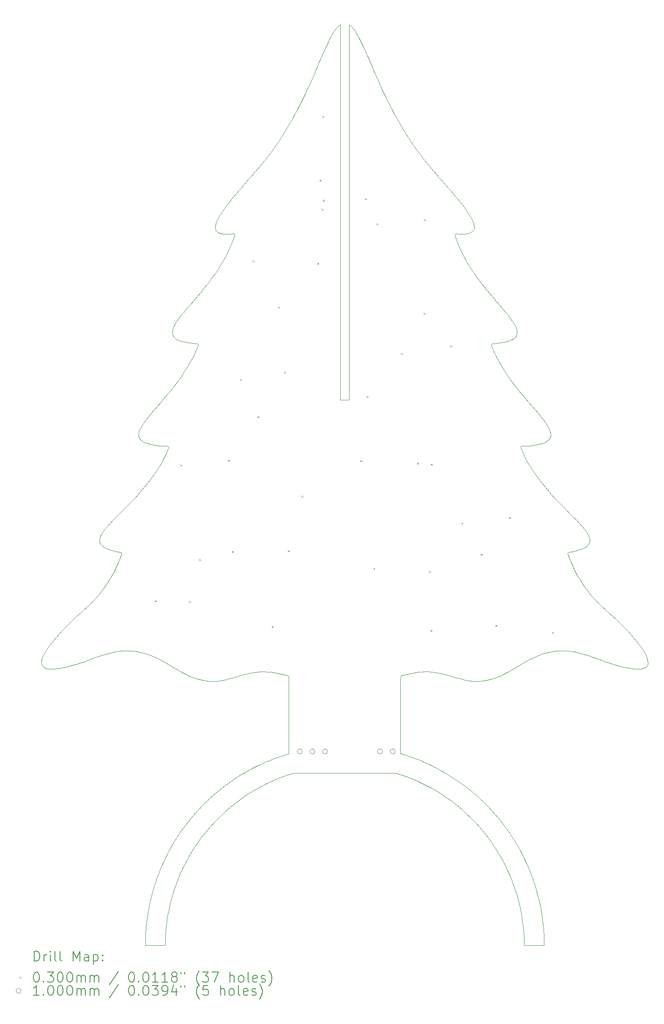
<source format=gbr>
%TF.GenerationSoftware,KiCad,Pcbnew,8.0.6*%
%TF.CreationDate,2024-11-23T10:35:45+01:00*%
%TF.ProjectId,ChristmasTree,43687269-7374-46d6-9173-547265652e6b,rev?*%
%TF.SameCoordinates,Original*%
%TF.FileFunction,Drillmap*%
%TF.FilePolarity,Positive*%
%FSLAX45Y45*%
G04 Gerber Fmt 4.5, Leading zero omitted, Abs format (unit mm)*
G04 Created by KiCad (PCBNEW 8.0.6) date 2024-11-23 10:35:45*
%MOMM*%
%LPD*%
G01*
G04 APERTURE LIST*
%ADD10C,0.100000*%
%ADD11C,0.200000*%
G04 APERTURE END LIST*
D10*
X8163262Y-5390360D02*
X8172243Y-5380016D01*
X8181192Y-5369692D01*
X8190109Y-5359389D01*
X8198991Y-5349108D01*
X8207837Y-5338850D01*
X8216645Y-5328617D01*
X8225412Y-5318408D01*
X8234138Y-5308226D01*
X8242820Y-5298071D01*
X8251455Y-5287945D01*
X8260044Y-5277849D01*
X8268583Y-5267783D01*
X8277070Y-5257749D01*
X8285504Y-5247748D01*
X8293883Y-5237782D01*
X8302205Y-5227850D01*
X8310468Y-5217955D01*
X8318671Y-5208096D01*
X8326810Y-5198277D01*
X8334886Y-5188497D01*
X8342894Y-5178757D01*
X8350835Y-5169059D01*
X8358705Y-5159404D01*
X8366504Y-5149793D01*
X8374228Y-5140227D01*
X8381877Y-5130707D01*
X8389448Y-5121234D01*
X8396940Y-5111810D01*
X8404350Y-5102435D01*
X8411676Y-5093110D01*
X8418918Y-5083837D01*
X8426073Y-5074617D01*
X4288000Y-15290000D02*
X4218846Y-15300272D01*
X4157298Y-15305857D01*
X4103150Y-15306909D01*
X4056197Y-15303582D01*
X4016232Y-15296029D01*
X3983050Y-15284405D01*
X3956446Y-15268864D01*
X3936213Y-15249560D01*
X3922147Y-15226647D01*
X3914041Y-15200279D01*
X3911689Y-15170609D01*
X3914887Y-15137792D01*
X3923428Y-15101982D01*
X3937106Y-15063333D01*
X3955717Y-15021999D01*
X3979054Y-14978134D01*
X4006912Y-14931891D01*
X4039084Y-14883426D01*
X4075366Y-14832891D01*
X4115552Y-14780441D01*
X4159435Y-14726230D01*
X4206811Y-14670413D01*
X4257474Y-14613142D01*
X4311217Y-14554572D01*
X4367836Y-14494856D01*
X4427125Y-14434150D01*
X4488877Y-14372607D01*
X4552888Y-14310381D01*
X4618951Y-14247626D01*
X4686861Y-14184495D01*
X4756413Y-14121144D01*
X4827400Y-14057726D01*
X11104010Y-15482616D02*
X11104010Y-16998492D01*
X15683759Y-15290000D02*
X15611623Y-15276143D01*
X15541161Y-15260107D01*
X15472218Y-15242192D01*
X15404639Y-15222702D01*
X15338269Y-15201935D01*
X15272953Y-15180195D01*
X15208536Y-15157782D01*
X15144863Y-15134997D01*
X15081778Y-15112142D01*
X15019127Y-15089518D01*
X14956754Y-15067426D01*
X14894505Y-15046168D01*
X14832223Y-15026044D01*
X14769755Y-15007356D01*
X14706946Y-14990406D01*
X14643639Y-14975494D01*
X14579680Y-14962923D01*
X14514913Y-14952992D01*
X14449185Y-14946004D01*
X14382339Y-14942259D01*
X14314220Y-14942059D01*
X14244675Y-14945706D01*
X14173546Y-14953500D01*
X14100680Y-14965743D01*
X14025920Y-14982736D01*
X13949113Y-15004780D01*
X13870103Y-15032177D01*
X13788735Y-15065227D01*
X13704853Y-15104233D01*
X13618304Y-15149495D01*
X13528931Y-15201315D01*
X13436579Y-15259994D01*
X6535183Y-15259994D02*
X6442831Y-15201315D01*
X6353457Y-15149495D01*
X6266907Y-15104233D01*
X6183026Y-15065227D01*
X6101657Y-15032177D01*
X6022647Y-15004780D01*
X5945840Y-14982736D01*
X5871080Y-14965743D01*
X5798214Y-14953500D01*
X5727085Y-14945706D01*
X5657539Y-14942059D01*
X5589421Y-14942259D01*
X5522575Y-14946004D01*
X5456846Y-14952992D01*
X5392080Y-14962923D01*
X5328121Y-14975494D01*
X5264814Y-14990406D01*
X5202004Y-15007356D01*
X5139536Y-15026044D01*
X5077255Y-15046168D01*
X5015005Y-15067426D01*
X4952632Y-15089518D01*
X4889981Y-15112142D01*
X4826896Y-15134997D01*
X4763223Y-15157782D01*
X4698806Y-15180195D01*
X4633490Y-15201935D01*
X4567120Y-15222702D01*
X4499541Y-15242192D01*
X4430598Y-15260107D01*
X4360136Y-15276143D01*
X4288000Y-15290000D01*
X11081428Y-4378933D02*
X11093987Y-4400545D01*
X11106662Y-4422183D01*
X11119452Y-4443847D01*
X11132359Y-4465534D01*
X11145384Y-4487242D01*
X11158528Y-4508970D01*
X11171792Y-4530715D01*
X11185178Y-4552477D01*
X11198686Y-4574252D01*
X11212318Y-4596039D01*
X11226074Y-4617836D01*
X11239956Y-4639642D01*
X11253965Y-4661454D01*
X11268102Y-4683271D01*
X11282368Y-4705090D01*
X11296764Y-4726910D01*
X11311291Y-4748729D01*
X11325950Y-4770545D01*
X11340743Y-4792357D01*
X11355670Y-4814161D01*
X11370733Y-4835957D01*
X11385933Y-4857743D01*
X11401270Y-4879517D01*
X11416746Y-4901276D01*
X11432363Y-4923019D01*
X11448120Y-4944745D01*
X11464020Y-4966450D01*
X11480062Y-4988135D01*
X11496250Y-5009795D01*
X11512582Y-5031430D01*
X11529062Y-5053038D01*
X11545689Y-5074617D01*
X6390903Y-20834945D02*
X5990859Y-20834945D01*
X5512490Y-13015277D02*
X5515540Y-13004183D01*
X5516819Y-12992759D01*
X5515386Y-12982685D01*
X5508614Y-12976140D01*
X6461113Y-10879904D02*
X6463689Y-10869393D01*
X6462005Y-10859021D01*
X6454604Y-10850503D01*
X6443983Y-10846742D01*
X6436411Y-10846419D01*
X13580856Y-20834945D02*
X13578382Y-20702275D01*
X13571014Y-20570505D01*
X13558831Y-20439741D01*
X13541910Y-20310089D01*
X13520331Y-20181652D01*
X13494173Y-20054536D01*
X13463514Y-19928847D01*
X13428434Y-19804688D01*
X13389011Y-19682166D01*
X13345323Y-19561385D01*
X13297451Y-19442450D01*
X13245472Y-19325467D01*
X13189465Y-19210539D01*
X13129509Y-19097773D01*
X13065684Y-18987273D01*
X12998067Y-18879144D01*
X12926738Y-18773492D01*
X12851775Y-18670421D01*
X12773257Y-18570037D01*
X12691264Y-18472444D01*
X12605873Y-18377747D01*
X12517164Y-18286052D01*
X12425215Y-18197463D01*
X12330105Y-18112085D01*
X12231914Y-18030025D01*
X12130719Y-17951385D01*
X12026600Y-17876273D01*
X11919636Y-17804791D01*
X11809904Y-17737047D01*
X11697485Y-17673144D01*
X11582457Y-17613188D01*
X11464898Y-17557283D01*
X11464898Y-17557283D02*
X11451190Y-17551095D01*
X11437451Y-17544964D01*
X11423681Y-17538892D01*
X11409880Y-17532877D01*
X11396048Y-17526921D01*
X11382185Y-17521022D01*
X11368291Y-17515181D01*
X11354366Y-17509398D01*
X11340410Y-17503673D01*
X11326423Y-17498006D01*
X11312405Y-17492397D01*
X11298356Y-17486845D01*
X11284276Y-17481352D01*
X11270165Y-17475916D01*
X11256023Y-17470538D01*
X11241850Y-17465218D01*
X11227646Y-17459956D01*
X11213412Y-17454751D01*
X11199146Y-17449605D01*
X11184849Y-17444516D01*
X11170521Y-17439485D01*
X11156162Y-17434512D01*
X11141772Y-17429596D01*
X11127352Y-17424739D01*
X11112900Y-17419939D01*
X11098417Y-17415197D01*
X11083903Y-17410513D01*
X11069358Y-17405886D01*
X11054782Y-17401318D01*
X11040175Y-17396807D01*
X11025538Y-17392353D01*
X11010869Y-17387958D01*
X9984649Y-17387958D02*
X8960888Y-17387958D01*
X7752265Y-6595797D02*
X7682805Y-6602519D01*
X7621603Y-6604738D01*
X7568362Y-6602618D01*
X7522789Y-6596321D01*
X7484588Y-6586013D01*
X7453466Y-6571858D01*
X7429126Y-6554019D01*
X7411275Y-6532660D01*
X7399618Y-6507945D01*
X7393861Y-6480038D01*
X7393707Y-6449103D01*
X7398864Y-6415304D01*
X7409036Y-6378805D01*
X7423928Y-6339770D01*
X7443246Y-6298363D01*
X7466696Y-6254748D01*
X7493982Y-6209088D01*
X7524809Y-6161548D01*
X7558884Y-6112292D01*
X7595911Y-6061483D01*
X7635596Y-6009285D01*
X7677644Y-5955863D01*
X7721760Y-5901381D01*
X7767650Y-5846001D01*
X7815019Y-5789889D01*
X7863572Y-5733208D01*
X7913016Y-5676123D01*
X7963054Y-5618796D01*
X8013392Y-5561393D01*
X8063736Y-5504076D01*
X8113791Y-5447011D01*
X8163262Y-5390360D01*
X8960888Y-17387958D02*
X8820268Y-17432862D01*
X8682447Y-17483276D01*
X8547534Y-17539054D01*
X8415638Y-17600050D01*
X8286868Y-17666119D01*
X8161333Y-17737116D01*
X8039143Y-17812893D01*
X7920407Y-17893306D01*
X7805234Y-17978209D01*
X7693733Y-18067456D01*
X7586014Y-18160901D01*
X7482186Y-18258399D01*
X7382358Y-18359803D01*
X7286639Y-18464969D01*
X7195139Y-18573750D01*
X7107966Y-18686000D01*
X7025230Y-18801575D01*
X6947040Y-18920327D01*
X6873506Y-19042112D01*
X6804737Y-19166783D01*
X6740841Y-19294195D01*
X6681928Y-19424203D01*
X6628108Y-19556660D01*
X6579489Y-19691420D01*
X6536182Y-19828338D01*
X6498294Y-19967269D01*
X6465935Y-20108066D01*
X6439215Y-20250583D01*
X6418242Y-20394676D01*
X6403126Y-20540197D01*
X6393977Y-20687003D01*
X6390903Y-20834945D01*
X13980903Y-20834945D02*
X13580859Y-20834945D01*
X12945859Y-8794659D02*
X12934894Y-8796781D01*
X12925290Y-8802705D01*
X12919652Y-8811665D01*
X12918536Y-8822950D01*
X12920814Y-8832040D01*
X10075668Y-2415024D02*
X10099549Y-2432369D01*
X10123216Y-2453700D01*
X10146740Y-2478904D01*
X10170191Y-2507864D01*
X10193639Y-2540467D01*
X10217154Y-2576598D01*
X10240806Y-2616142D01*
X10264665Y-2658986D01*
X10288801Y-2705013D01*
X10313284Y-2754110D01*
X10338184Y-2806162D01*
X10363571Y-2861054D01*
X10389515Y-2918673D01*
X10416087Y-2978902D01*
X10443355Y-3041629D01*
X10471391Y-3106737D01*
X10500264Y-3174113D01*
X10530044Y-3243642D01*
X10560801Y-3315209D01*
X10592605Y-3388700D01*
X10625527Y-3464000D01*
X10659636Y-3540994D01*
X10695002Y-3619569D01*
X10731696Y-3699609D01*
X10769786Y-3781000D01*
X10809345Y-3863627D01*
X10850440Y-3947376D01*
X10893143Y-4032131D01*
X10937523Y-4117780D01*
X10983650Y-4204206D01*
X11031595Y-4291295D01*
X11081428Y-4378933D01*
X8840587Y-15435349D02*
X8826271Y-15431785D01*
X8811762Y-15428237D01*
X8797059Y-15424706D01*
X8782160Y-15421191D01*
X8767062Y-15417692D01*
X8751764Y-15414209D01*
X8736264Y-15410743D01*
X8720558Y-15407294D01*
X8704646Y-15403861D01*
X8688526Y-15400444D01*
X8672194Y-15397045D01*
X8655650Y-15393662D01*
X8638890Y-15390295D01*
X8621914Y-15386946D01*
X8604718Y-15383613D01*
X8587302Y-15380297D01*
X6436411Y-10846419D02*
X6423818Y-10846835D01*
X6411034Y-10847096D01*
X6398056Y-10847195D01*
X6384882Y-10847126D01*
X6371507Y-10846880D01*
X6357928Y-10846453D01*
X6344142Y-10845835D01*
X6330146Y-10845021D01*
X6315936Y-10844003D01*
X6301509Y-10842775D01*
X6291769Y-10841836D01*
X8890334Y-4378933D02*
X8940009Y-4291522D01*
X8987810Y-4204650D01*
X9033806Y-4118432D01*
X9078067Y-4032983D01*
X9120663Y-3948415D01*
X9161661Y-3864843D01*
X9201132Y-3782381D01*
X9239144Y-3701142D01*
X9275768Y-3621242D01*
X9311072Y-3542794D01*
X9345125Y-3465911D01*
X9377996Y-3390709D01*
X9409756Y-3317300D01*
X9440473Y-3245799D01*
X9470216Y-3176321D01*
X9499055Y-3108978D01*
X9527059Y-3043886D01*
X9554297Y-2981157D01*
X9580839Y-2920906D01*
X9606753Y-2863248D01*
X9632109Y-2808295D01*
X9656976Y-2756163D01*
X9681423Y-2706965D01*
X9705520Y-2660814D01*
X9729336Y-2617826D01*
X9752940Y-2578114D01*
X9776402Y-2541792D01*
X9799790Y-2508974D01*
X9823174Y-2479774D01*
X9846622Y-2454306D01*
X9870206Y-2432685D01*
X9893993Y-2415024D01*
X13006184Y-8790423D02*
X12994552Y-8791529D01*
X12983067Y-8792492D01*
X12971730Y-8793312D01*
X12960542Y-8793987D01*
X12949505Y-8794516D01*
X12945859Y-8794659D01*
X5492027Y-12973314D02*
X5389717Y-12952596D01*
X5303166Y-12929502D01*
X5231655Y-12903981D01*
X5174464Y-12875982D01*
X5130870Y-12845455D01*
X5100155Y-12812349D01*
X5081597Y-12776612D01*
X5074475Y-12738195D01*
X5078070Y-12697045D01*
X5091661Y-12653114D01*
X5114526Y-12606349D01*
X5145946Y-12556701D01*
X5185200Y-12504117D01*
X5231567Y-12448548D01*
X5284327Y-12389943D01*
X5342759Y-12328251D01*
X5406143Y-12263421D01*
X5473758Y-12195402D01*
X5544884Y-12124144D01*
X5618799Y-12049596D01*
X5694784Y-11971707D01*
X5772117Y-11890426D01*
X5850079Y-11805703D01*
X5927949Y-11717486D01*
X6005005Y-11625726D01*
X6080528Y-11530370D01*
X6153797Y-11431369D01*
X6224092Y-11328672D01*
X6290691Y-11222228D01*
X6352875Y-11111985D01*
X6409922Y-10997895D01*
X6461113Y-10879904D01*
X9893993Y-2415024D02*
X9893993Y-9924961D01*
X5990859Y-20834945D02*
X5991746Y-20749894D01*
X5994395Y-20665278D01*
X5998788Y-20581115D01*
X6004909Y-20497421D01*
X6012739Y-20414215D01*
X6022261Y-20331514D01*
X6033457Y-20249335D01*
X6046310Y-20167696D01*
X6060802Y-20086613D01*
X6076916Y-20006106D01*
X6094634Y-19926190D01*
X6113938Y-19846884D01*
X6134811Y-19768205D01*
X6157235Y-19690170D01*
X6181193Y-19612797D01*
X6206667Y-19536102D01*
X6233640Y-19460105D01*
X6262094Y-19384822D01*
X6292012Y-19310270D01*
X6323375Y-19236467D01*
X6356167Y-19163430D01*
X6390369Y-19091177D01*
X6425965Y-19019726D01*
X6462936Y-18949093D01*
X6501265Y-18879296D01*
X6540935Y-18810352D01*
X6581928Y-18742280D01*
X6624226Y-18675096D01*
X6667812Y-18608818D01*
X6712668Y-18543463D01*
X6758777Y-18479049D01*
X6806121Y-18415593D01*
X7779429Y-6627889D02*
X7781262Y-6617122D01*
X7778838Y-6606788D01*
X7770813Y-6598707D01*
X7759889Y-6595625D01*
X7752265Y-6595797D01*
X7025902Y-8794659D02*
X7014916Y-8794183D01*
X7003778Y-8793557D01*
X6992490Y-8792785D01*
X6981054Y-8791868D01*
X6969471Y-8790808D01*
X6965577Y-8790423D01*
X7050948Y-8832040D02*
X7053364Y-8821223D01*
X7051568Y-8810229D01*
X7045329Y-8801661D01*
X7035205Y-8796228D01*
X7025902Y-8794659D01*
X13436579Y-15259994D02*
X13345634Y-15317769D01*
X13258718Y-15368063D01*
X13175601Y-15411274D01*
X13096052Y-15447802D01*
X13019842Y-15478048D01*
X12946742Y-15502410D01*
X12876520Y-15521289D01*
X12808948Y-15535083D01*
X12743796Y-15544194D01*
X12680833Y-15549021D01*
X12619830Y-15549962D01*
X12560558Y-15547419D01*
X12502785Y-15541791D01*
X12446283Y-15533477D01*
X12390822Y-15522878D01*
X12336171Y-15510392D01*
X12282101Y-15496420D01*
X12228382Y-15481362D01*
X12174785Y-15465616D01*
X12121079Y-15449584D01*
X12067034Y-15433664D01*
X12012422Y-15418256D01*
X11957011Y-15403761D01*
X11900572Y-15390577D01*
X11842875Y-15379105D01*
X11783691Y-15369744D01*
X11722790Y-15362893D01*
X11659941Y-15358954D01*
X11594915Y-15358325D01*
X11527482Y-15361406D01*
X11457412Y-15368597D01*
X11384476Y-15380297D01*
X11010869Y-17387958D02*
X9987110Y-17387958D01*
X12920814Y-8832040D02*
X12968669Y-8944744D01*
X13021384Y-9054252D01*
X13078319Y-9160562D01*
X13138830Y-9263671D01*
X13202278Y-9363577D01*
X13268019Y-9460277D01*
X13335412Y-9553770D01*
X13403815Y-9644053D01*
X13472586Y-9731123D01*
X13541085Y-9814979D01*
X13608668Y-9895618D01*
X13674695Y-9973038D01*
X13738522Y-10047236D01*
X13799510Y-10118210D01*
X13857016Y-10185958D01*
X13910397Y-10250478D01*
X13959014Y-10311767D01*
X14002222Y-10369823D01*
X14039382Y-10424643D01*
X14069851Y-10476226D01*
X14092987Y-10524568D01*
X14108149Y-10569669D01*
X14114695Y-10611524D01*
X14111983Y-10650133D01*
X14099371Y-10685493D01*
X14076218Y-10717601D01*
X14041882Y-10746455D01*
X13995721Y-10772053D01*
X13937093Y-10794392D01*
X13865357Y-10813470D01*
X13779871Y-10829286D01*
X13679993Y-10841836D01*
X12192332Y-6627889D02*
X12234579Y-6749522D01*
X12282983Y-6867694D01*
X12336819Y-6982403D01*
X12395364Y-7093646D01*
X12457894Y-7201420D01*
X12523684Y-7305722D01*
X12592011Y-7406551D01*
X12662149Y-7503902D01*
X12733375Y-7597775D01*
X12804965Y-7688165D01*
X12876194Y-7775071D01*
X12946338Y-7858489D01*
X13014673Y-7938417D01*
X13080475Y-8014853D01*
X13143020Y-8087793D01*
X13201584Y-8157235D01*
X13255442Y-8223177D01*
X13303870Y-8285615D01*
X13346143Y-8344548D01*
X13381539Y-8399972D01*
X13409332Y-8451884D01*
X13428799Y-8500283D01*
X13439215Y-8545165D01*
X13439856Y-8586528D01*
X13429998Y-8624369D01*
X13408917Y-8658686D01*
X13375888Y-8689476D01*
X13330187Y-8716735D01*
X13271091Y-8740463D01*
X13197874Y-8760655D01*
X13109813Y-8777309D01*
X13006184Y-8790423D01*
X6965577Y-8790423D02*
X6861949Y-8777309D01*
X6773890Y-8760655D01*
X6700675Y-8740463D01*
X6641579Y-8716735D01*
X6595879Y-8689476D01*
X6562851Y-8658686D01*
X6541770Y-8624369D01*
X6531912Y-8586528D01*
X6532553Y-8545165D01*
X6542969Y-8500283D01*
X6562436Y-8451884D01*
X6590229Y-8399972D01*
X6625624Y-8344548D01*
X6667898Y-8285615D01*
X6716325Y-8223177D01*
X6770183Y-8157235D01*
X6828746Y-8087793D01*
X6891290Y-8014853D01*
X6957092Y-7938417D01*
X7025427Y-7858489D01*
X7095570Y-7775071D01*
X7166799Y-7688165D01*
X7238388Y-7597775D01*
X7309614Y-7503902D01*
X7379752Y-7406551D01*
X7448078Y-7305722D01*
X7513867Y-7201420D01*
X7576397Y-7093646D01*
X7634942Y-6982403D01*
X7688779Y-6867694D01*
X7737182Y-6749522D01*
X7779429Y-6627889D01*
X12801580Y-18000738D02*
X12869024Y-18069381D01*
X12934814Y-18139628D01*
X12998918Y-18211447D01*
X13061304Y-18284805D01*
X13121939Y-18359672D01*
X13180792Y-18436014D01*
X13237831Y-18513801D01*
X13293024Y-18593001D01*
X13346339Y-18673581D01*
X13397745Y-18755510D01*
X13447209Y-18838757D01*
X13494699Y-18923289D01*
X13540184Y-19009075D01*
X13583631Y-19096083D01*
X13625009Y-19184281D01*
X13664286Y-19273637D01*
X13701429Y-19364120D01*
X13736408Y-19455698D01*
X13769190Y-19548339D01*
X13799742Y-19642011D01*
X13828034Y-19736682D01*
X13854033Y-19832321D01*
X13877707Y-19928897D01*
X13899025Y-20026376D01*
X13917955Y-20124727D01*
X13934464Y-20223920D01*
X13948520Y-20323921D01*
X13960093Y-20424699D01*
X13969149Y-20526222D01*
X13975658Y-20628459D01*
X13979586Y-20731377D01*
X13980903Y-20834945D01*
X13535350Y-10846419D02*
X13524386Y-10847424D01*
X13514804Y-10852250D01*
X13508794Y-10861742D01*
X13508509Y-10872755D01*
X13510665Y-10879904D01*
X8867749Y-15482616D02*
X8867027Y-15470838D01*
X8864646Y-15459739D01*
X8860283Y-15449919D01*
X8853617Y-15441978D01*
X8844324Y-15436515D01*
X8840587Y-15435349D01*
X5508614Y-12976140D02*
X5498359Y-12974380D01*
X5492027Y-12973314D01*
X13679993Y-10841836D02*
X13665419Y-10843209D01*
X13651065Y-10844367D01*
X13636928Y-10845318D01*
X13623004Y-10846066D01*
X13609289Y-10846621D01*
X13595780Y-10846987D01*
X13582473Y-10847173D01*
X13569364Y-10847185D01*
X13556450Y-10847030D01*
X13543728Y-10846714D01*
X13535350Y-10846419D01*
X11545689Y-5074617D02*
X11552843Y-5083837D01*
X11560085Y-5093110D01*
X11567411Y-5102435D01*
X11574821Y-5111810D01*
X11582313Y-5121234D01*
X11589884Y-5130707D01*
X11597532Y-5140227D01*
X11605257Y-5149793D01*
X11613055Y-5159404D01*
X11620925Y-5169059D01*
X11628866Y-5178757D01*
X11636875Y-5188497D01*
X11644950Y-5198277D01*
X11653090Y-5208096D01*
X11661293Y-5217955D01*
X11669556Y-5227850D01*
X11677879Y-5237782D01*
X11686258Y-5247748D01*
X11694693Y-5257749D01*
X11703181Y-5267783D01*
X11711720Y-5277849D01*
X11720309Y-5287945D01*
X11728946Y-5298071D01*
X11737629Y-5308226D01*
X11746355Y-5318408D01*
X11755124Y-5328617D01*
X11763933Y-5338850D01*
X11772780Y-5349108D01*
X11781664Y-5359389D01*
X11790582Y-5369692D01*
X11799533Y-5380016D01*
X11808515Y-5390360D01*
X11384476Y-15380297D02*
X11367056Y-15383613D01*
X11349858Y-15386946D01*
X11332879Y-15390295D01*
X11316117Y-15393662D01*
X11299571Y-15397045D01*
X11283239Y-15400444D01*
X11267117Y-15403861D01*
X11251204Y-15407294D01*
X11235499Y-15410743D01*
X11219998Y-15414209D01*
X11204699Y-15417692D01*
X11189602Y-15421191D01*
X11174702Y-15424706D01*
X11160000Y-15428237D01*
X11145491Y-15431785D01*
X11131175Y-15435349D01*
X11104010Y-16998492D02*
X11164696Y-17016654D01*
X11224972Y-17035751D01*
X11284831Y-17055774D01*
X11344263Y-17076713D01*
X11403261Y-17098561D01*
X11461817Y-17121309D01*
X11519921Y-17144949D01*
X11577566Y-17169471D01*
X11634743Y-17194868D01*
X11691444Y-17221131D01*
X11747661Y-17248252D01*
X11803385Y-17276221D01*
X11858608Y-17305031D01*
X11913322Y-17334672D01*
X11967518Y-17365137D01*
X12021188Y-17396416D01*
X12074324Y-17428502D01*
X12126917Y-17461386D01*
X12178959Y-17495058D01*
X12230442Y-17529511D01*
X12281357Y-17564737D01*
X12331696Y-17600726D01*
X12381451Y-17637470D01*
X12430614Y-17674961D01*
X12479175Y-17713189D01*
X12527127Y-17752147D01*
X12574462Y-17791826D01*
X12621171Y-17832218D01*
X12667245Y-17873313D01*
X12712677Y-17915104D01*
X12757458Y-17957582D01*
X12801580Y-18000738D01*
X14459631Y-13015277D02*
X14470973Y-13046292D01*
X14482844Y-13077669D01*
X14495258Y-13109383D01*
X14508227Y-13141406D01*
X14521761Y-13173714D01*
X14535874Y-13206279D01*
X14550576Y-13239076D01*
X14565879Y-13272078D01*
X14581796Y-13305260D01*
X14598338Y-13338595D01*
X14615518Y-13372056D01*
X14633346Y-13405618D01*
X14651834Y-13439255D01*
X14670995Y-13472941D01*
X14690841Y-13506648D01*
X14711382Y-13540352D01*
X14732631Y-13574025D01*
X14754601Y-13607643D01*
X14777301Y-13641178D01*
X14800745Y-13674604D01*
X14824945Y-13707896D01*
X14849911Y-13741026D01*
X14875656Y-13773970D01*
X14902192Y-13806700D01*
X14929530Y-13839191D01*
X14957683Y-13871416D01*
X14986662Y-13903350D01*
X15016479Y-13934966D01*
X15047145Y-13966237D01*
X15078673Y-13997139D01*
X15111075Y-14027643D01*
X15144362Y-14057726D01*
X6291769Y-10841836D02*
X6191891Y-10829286D01*
X6106404Y-10813470D01*
X6034668Y-10794392D01*
X5976041Y-10772053D01*
X5929879Y-10746455D01*
X5895543Y-10717601D01*
X5872390Y-10685493D01*
X5859779Y-10650133D01*
X5857067Y-10611524D01*
X5863612Y-10569669D01*
X5878774Y-10524568D01*
X5901911Y-10476226D01*
X5932379Y-10424643D01*
X5969539Y-10369823D01*
X6012748Y-10311767D01*
X6061364Y-10250478D01*
X6114746Y-10185958D01*
X6172251Y-10118210D01*
X6233239Y-10047236D01*
X6297067Y-9973038D01*
X6363093Y-9895618D01*
X6430677Y-9814979D01*
X6499175Y-9731123D01*
X6567947Y-9644053D01*
X6636350Y-9553770D01*
X6703743Y-9460277D01*
X6769484Y-9363577D01*
X6832931Y-9263671D01*
X6893443Y-9160562D01*
X6950377Y-9054252D01*
X7003093Y-8944744D01*
X7050948Y-8832040D01*
X11808515Y-5390360D02*
X11857985Y-5447011D01*
X11908038Y-5504076D01*
X11958381Y-5561393D01*
X12008718Y-5618796D01*
X12058755Y-5676123D01*
X12108197Y-5733208D01*
X12156749Y-5789889D01*
X12204117Y-5846001D01*
X12250006Y-5901381D01*
X12294122Y-5955863D01*
X12336169Y-6009285D01*
X12375853Y-6061483D01*
X12412880Y-6112292D01*
X12446954Y-6161548D01*
X12477781Y-6209088D01*
X12505067Y-6254748D01*
X12528516Y-6298363D01*
X12547834Y-6339770D01*
X12562726Y-6378805D01*
X12572898Y-6415304D01*
X12578054Y-6449103D01*
X12577901Y-6480038D01*
X12572143Y-6507945D01*
X12560486Y-6532660D01*
X12542635Y-6554019D01*
X12518296Y-6571858D01*
X12487173Y-6586013D01*
X12448972Y-6596321D01*
X12403399Y-6602618D01*
X12350159Y-6604738D01*
X12288956Y-6602519D01*
X12219497Y-6595797D01*
X6806121Y-18415593D02*
X6854651Y-18353147D01*
X6904383Y-18291699D01*
X6955299Y-18231265D01*
X7007382Y-18171864D01*
X7060613Y-18113512D01*
X7114976Y-18056227D01*
X7170453Y-18000026D01*
X7227026Y-17944928D01*
X7284677Y-17890949D01*
X7343388Y-17838106D01*
X7403143Y-17786418D01*
X7463924Y-17735902D01*
X7525712Y-17686575D01*
X7588491Y-17638454D01*
X7652243Y-17591558D01*
X7716949Y-17545902D01*
X7782593Y-17501506D01*
X7849156Y-17458386D01*
X7916622Y-17416560D01*
X7984972Y-17376045D01*
X8054189Y-17336859D01*
X8124255Y-17299019D01*
X8195153Y-17262543D01*
X8266865Y-17227447D01*
X8339374Y-17193750D01*
X8412661Y-17161469D01*
X8486709Y-17130621D01*
X8561500Y-17101224D01*
X8637018Y-17073295D01*
X8713244Y-17046852D01*
X8790160Y-17021911D01*
X8867749Y-16998492D01*
X13510665Y-10879904D02*
X13561854Y-10997895D01*
X13618900Y-11111985D01*
X13681082Y-11222228D01*
X13747680Y-11328672D01*
X13817974Y-11431369D01*
X13891242Y-11530370D01*
X13966764Y-11625726D01*
X14043820Y-11717486D01*
X14121688Y-11805703D01*
X14199649Y-11890426D01*
X14276982Y-11971707D01*
X14352966Y-12049596D01*
X14426881Y-12124144D01*
X14498006Y-12195402D01*
X14565621Y-12263421D01*
X14629004Y-12328251D01*
X14687436Y-12389943D01*
X14740196Y-12448548D01*
X14786563Y-12504117D01*
X14825816Y-12556701D01*
X14857236Y-12606349D01*
X14880101Y-12653114D01*
X14893692Y-12697045D01*
X14897286Y-12738195D01*
X14890165Y-12776612D01*
X14871607Y-12812349D01*
X14840891Y-12845455D01*
X14797298Y-12875982D01*
X14740106Y-12903981D01*
X14668595Y-12929502D01*
X14582045Y-12952596D01*
X14479734Y-12973314D01*
X8587302Y-15380297D02*
X8514364Y-15368597D01*
X8444293Y-15361406D01*
X8376859Y-15358325D01*
X8311831Y-15358954D01*
X8248981Y-15362893D01*
X8188079Y-15369744D01*
X8128893Y-15379105D01*
X8071196Y-15390577D01*
X8014756Y-15403761D01*
X7959345Y-15418256D01*
X7904731Y-15433664D01*
X7850686Y-15449584D01*
X7796979Y-15465616D01*
X7743381Y-15481362D01*
X7689662Y-15496420D01*
X7635592Y-15510392D01*
X7580941Y-15522878D01*
X7525479Y-15533477D01*
X7468976Y-15541791D01*
X7411204Y-15547419D01*
X7351931Y-15549962D01*
X7290928Y-15549021D01*
X7227965Y-15544194D01*
X7162813Y-15535083D01*
X7095240Y-15521289D01*
X7025019Y-15502410D01*
X6951918Y-15478048D01*
X6875709Y-15447802D01*
X6796160Y-15411274D01*
X6713043Y-15368063D01*
X6626127Y-15317769D01*
X6535183Y-15259994D01*
X8867749Y-16998492D02*
X8867749Y-15482616D01*
X10075668Y-9924961D02*
X10075668Y-2415024D01*
X12219497Y-6595797D02*
X12208420Y-6596083D01*
X12198468Y-6600303D01*
X12191770Y-6609460D01*
X12190692Y-6620537D01*
X12192332Y-6627889D01*
X4827400Y-14057726D02*
X4860687Y-14027643D01*
X4893089Y-13997139D01*
X4924617Y-13966237D01*
X4955284Y-13934966D01*
X4985102Y-13903350D01*
X5014082Y-13871416D01*
X5042237Y-13839191D01*
X5069577Y-13806700D01*
X5096116Y-13773970D01*
X5121865Y-13741026D01*
X5146835Y-13707896D01*
X5171039Y-13674604D01*
X5194489Y-13641178D01*
X5217196Y-13607643D01*
X5239173Y-13574025D01*
X5260430Y-13540352D01*
X5280981Y-13506648D01*
X5300837Y-13472941D01*
X5320010Y-13439255D01*
X5338511Y-13405618D01*
X5356353Y-13372056D01*
X5373547Y-13338595D01*
X5390106Y-13305260D01*
X5406041Y-13272078D01*
X5421364Y-13239076D01*
X5436087Y-13206279D01*
X5450222Y-13173714D01*
X5463781Y-13141406D01*
X5476775Y-13109383D01*
X5489217Y-13077669D01*
X5501118Y-13046292D01*
X5512490Y-13015277D01*
X9893993Y-9924961D02*
X10075668Y-9924961D01*
X14479734Y-12973314D02*
X14469758Y-12974959D01*
X14463164Y-12976140D01*
X14463164Y-12976140D02*
X14456059Y-12983731D01*
X14455074Y-12994263D01*
X14456421Y-13004183D01*
X14459631Y-13015277D01*
X13580859Y-20834945D02*
X13580856Y-20834945D01*
X8426073Y-5074617D02*
X8442701Y-5053038D01*
X8459182Y-5031430D01*
X8475516Y-5009795D01*
X8491704Y-4988135D01*
X8507748Y-4966450D01*
X8523649Y-4944745D01*
X8539407Y-4923019D01*
X8555024Y-4901276D01*
X8570501Y-4879517D01*
X8585839Y-4857743D01*
X8601039Y-4835957D01*
X8616103Y-4814161D01*
X8631030Y-4792357D01*
X8645823Y-4770545D01*
X8660483Y-4748729D01*
X8675010Y-4726910D01*
X8689406Y-4705090D01*
X8703671Y-4683271D01*
X8717808Y-4661454D01*
X8731816Y-4639642D01*
X8745698Y-4617836D01*
X8759454Y-4596039D01*
X8773085Y-4574252D01*
X8786592Y-4552477D01*
X8799977Y-4530715D01*
X8813241Y-4508970D01*
X8826384Y-4487242D01*
X8839408Y-4465534D01*
X8852314Y-4443847D01*
X8865103Y-4422183D01*
X8877776Y-4400545D01*
X8890334Y-4378933D01*
X15144362Y-14057726D02*
X15215349Y-14121144D01*
X15284900Y-14184495D01*
X15352810Y-14247626D01*
X15418874Y-14310381D01*
X15482884Y-14372607D01*
X15544637Y-14434150D01*
X15603925Y-14494856D01*
X15660544Y-14554572D01*
X15714287Y-14613142D01*
X15764950Y-14670413D01*
X15812325Y-14726230D01*
X15856209Y-14780441D01*
X15896394Y-14832891D01*
X15932676Y-14883426D01*
X15964849Y-14931891D01*
X15992706Y-14978134D01*
X16016043Y-15021999D01*
X16034654Y-15063333D01*
X16048332Y-15101982D01*
X16056873Y-15137792D01*
X16060070Y-15170609D01*
X16057719Y-15200279D01*
X16049613Y-15226647D01*
X16035546Y-15249560D01*
X16015313Y-15268864D01*
X15988709Y-15284405D01*
X15955527Y-15296029D01*
X15915562Y-15303582D01*
X15868609Y-15306909D01*
X15814461Y-15305857D01*
X15752913Y-15300272D01*
X15683759Y-15290000D01*
X11131175Y-15435349D02*
X11120941Y-15439852D01*
X11113436Y-15447034D01*
X11108338Y-15456294D01*
X11105328Y-15467033D01*
X11104086Y-15478652D01*
X11104010Y-15482616D01*
X9987110Y-17387958D02*
X9984649Y-17387958D01*
D11*
D10*
X6181000Y-13931000D02*
X6211000Y-13961000D01*
X6211000Y-13931000D02*
X6181000Y-13961000D01*
X6696000Y-11215000D02*
X6726000Y-11245000D01*
X6726000Y-11215000D02*
X6696000Y-11245000D01*
X6871000Y-13947000D02*
X6901000Y-13977000D01*
X6901000Y-13947000D02*
X6871000Y-13977000D01*
X7070000Y-13105000D02*
X7100000Y-13135000D01*
X7100000Y-13105000D02*
X7070000Y-13135000D01*
X7646000Y-11122000D02*
X7676000Y-11152000D01*
X7676000Y-11122000D02*
X7646000Y-11152000D01*
X7730000Y-12946000D02*
X7760000Y-12976000D01*
X7760000Y-12946000D02*
X7730000Y-12976000D01*
X7893000Y-9499000D02*
X7923000Y-9529000D01*
X7923000Y-9499000D02*
X7893000Y-9529000D01*
X8139000Y-7129000D02*
X8169000Y-7159000D01*
X8169000Y-7129000D02*
X8139000Y-7159000D01*
X8238750Y-10249250D02*
X8268750Y-10279250D01*
X8268750Y-10249250D02*
X8238750Y-10279250D01*
X8526000Y-14443000D02*
X8556000Y-14473000D01*
X8556000Y-14443000D02*
X8526000Y-14473000D01*
X8650500Y-8057500D02*
X8680500Y-8087500D01*
X8680500Y-8057500D02*
X8650500Y-8087500D01*
X8775000Y-9356000D02*
X8805000Y-9386000D01*
X8805000Y-9356000D02*
X8775000Y-9386000D01*
X8850000Y-12933000D02*
X8880000Y-12963000D01*
X8880000Y-12933000D02*
X8850000Y-12963000D01*
X9119500Y-11837500D02*
X9149500Y-11867500D01*
X9149500Y-11837500D02*
X9119500Y-11867500D01*
X9440000Y-7180000D02*
X9470000Y-7210000D01*
X9470000Y-7180000D02*
X9440000Y-7210000D01*
X9485750Y-5518000D02*
X9515750Y-5548000D01*
X9515750Y-5518000D02*
X9485750Y-5548000D01*
X9525250Y-6094250D02*
X9555250Y-6124250D01*
X9555250Y-6094250D02*
X9525250Y-6124250D01*
X9540000Y-4237000D02*
X9570000Y-4267000D01*
X9570000Y-4237000D02*
X9540000Y-4267000D01*
X9547000Y-5920000D02*
X9577000Y-5950000D01*
X9577000Y-5920000D02*
X9547000Y-5950000D01*
X10298000Y-11128000D02*
X10328000Y-11158000D01*
X10328000Y-11128000D02*
X10298000Y-11158000D01*
X10396000Y-5888000D02*
X10426000Y-5918000D01*
X10426000Y-5888000D02*
X10396000Y-5918000D01*
X10430000Y-9842000D02*
X10460000Y-9872000D01*
X10460000Y-9842000D02*
X10430000Y-9872000D01*
X10566000Y-13280000D02*
X10596000Y-13310000D01*
X10596000Y-13280000D02*
X10566000Y-13310000D01*
X10624000Y-6388000D02*
X10654000Y-6418000D01*
X10654000Y-6388000D02*
X10624000Y-6418000D01*
X11111000Y-8985000D02*
X11141000Y-9015000D01*
X11141000Y-8985000D02*
X11111000Y-9015000D01*
X11436000Y-11175000D02*
X11466000Y-11205000D01*
X11466000Y-11175000D02*
X11436000Y-11205000D01*
X11567000Y-8181000D02*
X11597000Y-8211000D01*
X11597000Y-8181000D02*
X11567000Y-8211000D01*
X11577000Y-6307000D02*
X11607000Y-6337000D01*
X11607000Y-6307000D02*
X11577000Y-6337000D01*
X11677000Y-13345000D02*
X11707000Y-13375000D01*
X11707000Y-13345000D02*
X11677000Y-13375000D01*
X11704000Y-14525000D02*
X11734000Y-14555000D01*
X11734000Y-14525000D02*
X11704000Y-14555000D01*
X11712000Y-11196000D02*
X11742000Y-11226000D01*
X11742000Y-11196000D02*
X11712000Y-11226000D01*
X12100000Y-8830000D02*
X12130000Y-8860000D01*
X12130000Y-8830000D02*
X12100000Y-8860000D01*
X12327000Y-12374000D02*
X12357000Y-12404000D01*
X12357000Y-12374000D02*
X12327000Y-12404000D01*
X12709000Y-13001000D02*
X12739000Y-13031000D01*
X12739000Y-13001000D02*
X12709000Y-13031000D01*
X13005000Y-14423000D02*
X13035000Y-14453000D01*
X13035000Y-14423000D02*
X13005000Y-14453000D01*
X13280000Y-12264000D02*
X13310000Y-12294000D01*
X13310000Y-12264000D02*
X13280000Y-12294000D01*
X14140000Y-14565000D02*
X14170000Y-14595000D01*
X14170000Y-14565000D02*
X14140000Y-14595000D01*
X9137000Y-16954500D02*
G75*
G02*
X9037000Y-16954500I-50000J0D01*
G01*
X9037000Y-16954500D02*
G75*
G02*
X9137000Y-16954500I50000J0D01*
G01*
X9391000Y-16954500D02*
G75*
G02*
X9291000Y-16954500I-50000J0D01*
G01*
X9291000Y-16954500D02*
G75*
G02*
X9391000Y-16954500I50000J0D01*
G01*
X9645000Y-16954500D02*
G75*
G02*
X9545000Y-16954500I-50000J0D01*
G01*
X9545000Y-16954500D02*
G75*
G02*
X9645000Y-16954500I50000J0D01*
G01*
X10746500Y-16954500D02*
G75*
G02*
X10646500Y-16954500I-50000J0D01*
G01*
X10646500Y-16954500D02*
G75*
G02*
X10746500Y-16954500I50000J0D01*
G01*
X11000500Y-16954500D02*
G75*
G02*
X10900500Y-16954500I-50000J0D01*
G01*
X10900500Y-16954500D02*
G75*
G02*
X11000500Y-16954500I50000J0D01*
G01*
D11*
X3764842Y-21151429D02*
X3764842Y-20951429D01*
X3764842Y-20951429D02*
X3812461Y-20951429D01*
X3812461Y-20951429D02*
X3841032Y-20960953D01*
X3841032Y-20960953D02*
X3860080Y-20980001D01*
X3860080Y-20980001D02*
X3869604Y-20999048D01*
X3869604Y-20999048D02*
X3879127Y-21037143D01*
X3879127Y-21037143D02*
X3879127Y-21065715D01*
X3879127Y-21065715D02*
X3869604Y-21103810D01*
X3869604Y-21103810D02*
X3860080Y-21122858D01*
X3860080Y-21122858D02*
X3841032Y-21141905D01*
X3841032Y-21141905D02*
X3812461Y-21151429D01*
X3812461Y-21151429D02*
X3764842Y-21151429D01*
X3964842Y-21151429D02*
X3964842Y-21018096D01*
X3964842Y-21056191D02*
X3974366Y-21037143D01*
X3974366Y-21037143D02*
X3983889Y-21027620D01*
X3983889Y-21027620D02*
X4002937Y-21018096D01*
X4002937Y-21018096D02*
X4021985Y-21018096D01*
X4088651Y-21151429D02*
X4088651Y-21018096D01*
X4088651Y-20951429D02*
X4079127Y-20960953D01*
X4079127Y-20960953D02*
X4088651Y-20970477D01*
X4088651Y-20970477D02*
X4098175Y-20960953D01*
X4098175Y-20960953D02*
X4088651Y-20951429D01*
X4088651Y-20951429D02*
X4088651Y-20970477D01*
X4212461Y-21151429D02*
X4193413Y-21141905D01*
X4193413Y-21141905D02*
X4183889Y-21122858D01*
X4183889Y-21122858D02*
X4183889Y-20951429D01*
X4317223Y-21151429D02*
X4298175Y-21141905D01*
X4298175Y-21141905D02*
X4288651Y-21122858D01*
X4288651Y-21122858D02*
X4288651Y-20951429D01*
X4545794Y-21151429D02*
X4545794Y-20951429D01*
X4545794Y-20951429D02*
X4612461Y-21094286D01*
X4612461Y-21094286D02*
X4679128Y-20951429D01*
X4679128Y-20951429D02*
X4679128Y-21151429D01*
X4860080Y-21151429D02*
X4860080Y-21046667D01*
X4860080Y-21046667D02*
X4850556Y-21027620D01*
X4850556Y-21027620D02*
X4831509Y-21018096D01*
X4831509Y-21018096D02*
X4793413Y-21018096D01*
X4793413Y-21018096D02*
X4774366Y-21027620D01*
X4860080Y-21141905D02*
X4841032Y-21151429D01*
X4841032Y-21151429D02*
X4793413Y-21151429D01*
X4793413Y-21151429D02*
X4774366Y-21141905D01*
X4774366Y-21141905D02*
X4764842Y-21122858D01*
X4764842Y-21122858D02*
X4764842Y-21103810D01*
X4764842Y-21103810D02*
X4774366Y-21084762D01*
X4774366Y-21084762D02*
X4793413Y-21075239D01*
X4793413Y-21075239D02*
X4841032Y-21075239D01*
X4841032Y-21075239D02*
X4860080Y-21065715D01*
X4955318Y-21018096D02*
X4955318Y-21218096D01*
X4955318Y-21027620D02*
X4974366Y-21018096D01*
X4974366Y-21018096D02*
X5012461Y-21018096D01*
X5012461Y-21018096D02*
X5031509Y-21027620D01*
X5031509Y-21027620D02*
X5041032Y-21037143D01*
X5041032Y-21037143D02*
X5050556Y-21056191D01*
X5050556Y-21056191D02*
X5050556Y-21113334D01*
X5050556Y-21113334D02*
X5041032Y-21132381D01*
X5041032Y-21132381D02*
X5031509Y-21141905D01*
X5031509Y-21141905D02*
X5012461Y-21151429D01*
X5012461Y-21151429D02*
X4974366Y-21151429D01*
X4974366Y-21151429D02*
X4955318Y-21141905D01*
X5136270Y-21132381D02*
X5145794Y-21141905D01*
X5145794Y-21141905D02*
X5136270Y-21151429D01*
X5136270Y-21151429D02*
X5126747Y-21141905D01*
X5126747Y-21141905D02*
X5136270Y-21132381D01*
X5136270Y-21132381D02*
X5136270Y-21151429D01*
X5136270Y-21027620D02*
X5145794Y-21037143D01*
X5145794Y-21037143D02*
X5136270Y-21046667D01*
X5136270Y-21046667D02*
X5126747Y-21037143D01*
X5126747Y-21037143D02*
X5136270Y-21027620D01*
X5136270Y-21027620D02*
X5136270Y-21046667D01*
D10*
X3474065Y-21464945D02*
X3504065Y-21494945D01*
X3504065Y-21464945D02*
X3474065Y-21494945D01*
D11*
X3802937Y-21371429D02*
X3821985Y-21371429D01*
X3821985Y-21371429D02*
X3841032Y-21380953D01*
X3841032Y-21380953D02*
X3850556Y-21390477D01*
X3850556Y-21390477D02*
X3860080Y-21409524D01*
X3860080Y-21409524D02*
X3869604Y-21447620D01*
X3869604Y-21447620D02*
X3869604Y-21495239D01*
X3869604Y-21495239D02*
X3860080Y-21533334D01*
X3860080Y-21533334D02*
X3850556Y-21552381D01*
X3850556Y-21552381D02*
X3841032Y-21561905D01*
X3841032Y-21561905D02*
X3821985Y-21571429D01*
X3821985Y-21571429D02*
X3802937Y-21571429D01*
X3802937Y-21571429D02*
X3783889Y-21561905D01*
X3783889Y-21561905D02*
X3774366Y-21552381D01*
X3774366Y-21552381D02*
X3764842Y-21533334D01*
X3764842Y-21533334D02*
X3755318Y-21495239D01*
X3755318Y-21495239D02*
X3755318Y-21447620D01*
X3755318Y-21447620D02*
X3764842Y-21409524D01*
X3764842Y-21409524D02*
X3774366Y-21390477D01*
X3774366Y-21390477D02*
X3783889Y-21380953D01*
X3783889Y-21380953D02*
X3802937Y-21371429D01*
X3955318Y-21552381D02*
X3964842Y-21561905D01*
X3964842Y-21561905D02*
X3955318Y-21571429D01*
X3955318Y-21571429D02*
X3945794Y-21561905D01*
X3945794Y-21561905D02*
X3955318Y-21552381D01*
X3955318Y-21552381D02*
X3955318Y-21571429D01*
X4031508Y-21371429D02*
X4155318Y-21371429D01*
X4155318Y-21371429D02*
X4088651Y-21447620D01*
X4088651Y-21447620D02*
X4117223Y-21447620D01*
X4117223Y-21447620D02*
X4136270Y-21457143D01*
X4136270Y-21457143D02*
X4145794Y-21466667D01*
X4145794Y-21466667D02*
X4155318Y-21485715D01*
X4155318Y-21485715D02*
X4155318Y-21533334D01*
X4155318Y-21533334D02*
X4145794Y-21552381D01*
X4145794Y-21552381D02*
X4136270Y-21561905D01*
X4136270Y-21561905D02*
X4117223Y-21571429D01*
X4117223Y-21571429D02*
X4060080Y-21571429D01*
X4060080Y-21571429D02*
X4041032Y-21561905D01*
X4041032Y-21561905D02*
X4031508Y-21552381D01*
X4279128Y-21371429D02*
X4298175Y-21371429D01*
X4298175Y-21371429D02*
X4317223Y-21380953D01*
X4317223Y-21380953D02*
X4326747Y-21390477D01*
X4326747Y-21390477D02*
X4336270Y-21409524D01*
X4336270Y-21409524D02*
X4345794Y-21447620D01*
X4345794Y-21447620D02*
X4345794Y-21495239D01*
X4345794Y-21495239D02*
X4336270Y-21533334D01*
X4336270Y-21533334D02*
X4326747Y-21552381D01*
X4326747Y-21552381D02*
X4317223Y-21561905D01*
X4317223Y-21561905D02*
X4298175Y-21571429D01*
X4298175Y-21571429D02*
X4279128Y-21571429D01*
X4279128Y-21571429D02*
X4260080Y-21561905D01*
X4260080Y-21561905D02*
X4250556Y-21552381D01*
X4250556Y-21552381D02*
X4241032Y-21533334D01*
X4241032Y-21533334D02*
X4231509Y-21495239D01*
X4231509Y-21495239D02*
X4231509Y-21447620D01*
X4231509Y-21447620D02*
X4241032Y-21409524D01*
X4241032Y-21409524D02*
X4250556Y-21390477D01*
X4250556Y-21390477D02*
X4260080Y-21380953D01*
X4260080Y-21380953D02*
X4279128Y-21371429D01*
X4469604Y-21371429D02*
X4488651Y-21371429D01*
X4488651Y-21371429D02*
X4507699Y-21380953D01*
X4507699Y-21380953D02*
X4517223Y-21390477D01*
X4517223Y-21390477D02*
X4526747Y-21409524D01*
X4526747Y-21409524D02*
X4536270Y-21447620D01*
X4536270Y-21447620D02*
X4536270Y-21495239D01*
X4536270Y-21495239D02*
X4526747Y-21533334D01*
X4526747Y-21533334D02*
X4517223Y-21552381D01*
X4517223Y-21552381D02*
X4507699Y-21561905D01*
X4507699Y-21561905D02*
X4488651Y-21571429D01*
X4488651Y-21571429D02*
X4469604Y-21571429D01*
X4469604Y-21571429D02*
X4450556Y-21561905D01*
X4450556Y-21561905D02*
X4441032Y-21552381D01*
X4441032Y-21552381D02*
X4431509Y-21533334D01*
X4431509Y-21533334D02*
X4421985Y-21495239D01*
X4421985Y-21495239D02*
X4421985Y-21447620D01*
X4421985Y-21447620D02*
X4431509Y-21409524D01*
X4431509Y-21409524D02*
X4441032Y-21390477D01*
X4441032Y-21390477D02*
X4450556Y-21380953D01*
X4450556Y-21380953D02*
X4469604Y-21371429D01*
X4621985Y-21571429D02*
X4621985Y-21438096D01*
X4621985Y-21457143D02*
X4631509Y-21447620D01*
X4631509Y-21447620D02*
X4650556Y-21438096D01*
X4650556Y-21438096D02*
X4679128Y-21438096D01*
X4679128Y-21438096D02*
X4698175Y-21447620D01*
X4698175Y-21447620D02*
X4707699Y-21466667D01*
X4707699Y-21466667D02*
X4707699Y-21571429D01*
X4707699Y-21466667D02*
X4717223Y-21447620D01*
X4717223Y-21447620D02*
X4736270Y-21438096D01*
X4736270Y-21438096D02*
X4764842Y-21438096D01*
X4764842Y-21438096D02*
X4783890Y-21447620D01*
X4783890Y-21447620D02*
X4793413Y-21466667D01*
X4793413Y-21466667D02*
X4793413Y-21571429D01*
X4888651Y-21571429D02*
X4888651Y-21438096D01*
X4888651Y-21457143D02*
X4898175Y-21447620D01*
X4898175Y-21447620D02*
X4917223Y-21438096D01*
X4917223Y-21438096D02*
X4945794Y-21438096D01*
X4945794Y-21438096D02*
X4964842Y-21447620D01*
X4964842Y-21447620D02*
X4974366Y-21466667D01*
X4974366Y-21466667D02*
X4974366Y-21571429D01*
X4974366Y-21466667D02*
X4983890Y-21447620D01*
X4983890Y-21447620D02*
X5002937Y-21438096D01*
X5002937Y-21438096D02*
X5031509Y-21438096D01*
X5031509Y-21438096D02*
X5050556Y-21447620D01*
X5050556Y-21447620D02*
X5060080Y-21466667D01*
X5060080Y-21466667D02*
X5060080Y-21571429D01*
X5450556Y-21361905D02*
X5279128Y-21619048D01*
X5707699Y-21371429D02*
X5726747Y-21371429D01*
X5726747Y-21371429D02*
X5745794Y-21380953D01*
X5745794Y-21380953D02*
X5755318Y-21390477D01*
X5755318Y-21390477D02*
X5764842Y-21409524D01*
X5764842Y-21409524D02*
X5774366Y-21447620D01*
X5774366Y-21447620D02*
X5774366Y-21495239D01*
X5774366Y-21495239D02*
X5764842Y-21533334D01*
X5764842Y-21533334D02*
X5755318Y-21552381D01*
X5755318Y-21552381D02*
X5745794Y-21561905D01*
X5745794Y-21561905D02*
X5726747Y-21571429D01*
X5726747Y-21571429D02*
X5707699Y-21571429D01*
X5707699Y-21571429D02*
X5688651Y-21561905D01*
X5688651Y-21561905D02*
X5679128Y-21552381D01*
X5679128Y-21552381D02*
X5669604Y-21533334D01*
X5669604Y-21533334D02*
X5660080Y-21495239D01*
X5660080Y-21495239D02*
X5660080Y-21447620D01*
X5660080Y-21447620D02*
X5669604Y-21409524D01*
X5669604Y-21409524D02*
X5679128Y-21390477D01*
X5679128Y-21390477D02*
X5688651Y-21380953D01*
X5688651Y-21380953D02*
X5707699Y-21371429D01*
X5860080Y-21552381D02*
X5869604Y-21561905D01*
X5869604Y-21561905D02*
X5860080Y-21571429D01*
X5860080Y-21571429D02*
X5850556Y-21561905D01*
X5850556Y-21561905D02*
X5860080Y-21552381D01*
X5860080Y-21552381D02*
X5860080Y-21571429D01*
X5993413Y-21371429D02*
X6012461Y-21371429D01*
X6012461Y-21371429D02*
X6031509Y-21380953D01*
X6031509Y-21380953D02*
X6041032Y-21390477D01*
X6041032Y-21390477D02*
X6050556Y-21409524D01*
X6050556Y-21409524D02*
X6060080Y-21447620D01*
X6060080Y-21447620D02*
X6060080Y-21495239D01*
X6060080Y-21495239D02*
X6050556Y-21533334D01*
X6050556Y-21533334D02*
X6041032Y-21552381D01*
X6041032Y-21552381D02*
X6031509Y-21561905D01*
X6031509Y-21561905D02*
X6012461Y-21571429D01*
X6012461Y-21571429D02*
X5993413Y-21571429D01*
X5993413Y-21571429D02*
X5974366Y-21561905D01*
X5974366Y-21561905D02*
X5964842Y-21552381D01*
X5964842Y-21552381D02*
X5955318Y-21533334D01*
X5955318Y-21533334D02*
X5945794Y-21495239D01*
X5945794Y-21495239D02*
X5945794Y-21447620D01*
X5945794Y-21447620D02*
X5955318Y-21409524D01*
X5955318Y-21409524D02*
X5964842Y-21390477D01*
X5964842Y-21390477D02*
X5974366Y-21380953D01*
X5974366Y-21380953D02*
X5993413Y-21371429D01*
X6250556Y-21571429D02*
X6136271Y-21571429D01*
X6193413Y-21571429D02*
X6193413Y-21371429D01*
X6193413Y-21371429D02*
X6174366Y-21400001D01*
X6174366Y-21400001D02*
X6155318Y-21419048D01*
X6155318Y-21419048D02*
X6136271Y-21428572D01*
X6441032Y-21571429D02*
X6326747Y-21571429D01*
X6383890Y-21571429D02*
X6383890Y-21371429D01*
X6383890Y-21371429D02*
X6364842Y-21400001D01*
X6364842Y-21400001D02*
X6345794Y-21419048D01*
X6345794Y-21419048D02*
X6326747Y-21428572D01*
X6555318Y-21457143D02*
X6536271Y-21447620D01*
X6536271Y-21447620D02*
X6526747Y-21438096D01*
X6526747Y-21438096D02*
X6517223Y-21419048D01*
X6517223Y-21419048D02*
X6517223Y-21409524D01*
X6517223Y-21409524D02*
X6526747Y-21390477D01*
X6526747Y-21390477D02*
X6536271Y-21380953D01*
X6536271Y-21380953D02*
X6555318Y-21371429D01*
X6555318Y-21371429D02*
X6593413Y-21371429D01*
X6593413Y-21371429D02*
X6612461Y-21380953D01*
X6612461Y-21380953D02*
X6621985Y-21390477D01*
X6621985Y-21390477D02*
X6631509Y-21409524D01*
X6631509Y-21409524D02*
X6631509Y-21419048D01*
X6631509Y-21419048D02*
X6621985Y-21438096D01*
X6621985Y-21438096D02*
X6612461Y-21447620D01*
X6612461Y-21447620D02*
X6593413Y-21457143D01*
X6593413Y-21457143D02*
X6555318Y-21457143D01*
X6555318Y-21457143D02*
X6536271Y-21466667D01*
X6536271Y-21466667D02*
X6526747Y-21476191D01*
X6526747Y-21476191D02*
X6517223Y-21495239D01*
X6517223Y-21495239D02*
X6517223Y-21533334D01*
X6517223Y-21533334D02*
X6526747Y-21552381D01*
X6526747Y-21552381D02*
X6536271Y-21561905D01*
X6536271Y-21561905D02*
X6555318Y-21571429D01*
X6555318Y-21571429D02*
X6593413Y-21571429D01*
X6593413Y-21571429D02*
X6612461Y-21561905D01*
X6612461Y-21561905D02*
X6621985Y-21552381D01*
X6621985Y-21552381D02*
X6631509Y-21533334D01*
X6631509Y-21533334D02*
X6631509Y-21495239D01*
X6631509Y-21495239D02*
X6621985Y-21476191D01*
X6621985Y-21476191D02*
X6612461Y-21466667D01*
X6612461Y-21466667D02*
X6593413Y-21457143D01*
X6707699Y-21371429D02*
X6707699Y-21409524D01*
X6783890Y-21371429D02*
X6783890Y-21409524D01*
X7079128Y-21647620D02*
X7069604Y-21638096D01*
X7069604Y-21638096D02*
X7050556Y-21609524D01*
X7050556Y-21609524D02*
X7041033Y-21590477D01*
X7041033Y-21590477D02*
X7031509Y-21561905D01*
X7031509Y-21561905D02*
X7021985Y-21514286D01*
X7021985Y-21514286D02*
X7021985Y-21476191D01*
X7021985Y-21476191D02*
X7031509Y-21428572D01*
X7031509Y-21428572D02*
X7041033Y-21400001D01*
X7041033Y-21400001D02*
X7050556Y-21380953D01*
X7050556Y-21380953D02*
X7069604Y-21352381D01*
X7069604Y-21352381D02*
X7079128Y-21342858D01*
X7136271Y-21371429D02*
X7260080Y-21371429D01*
X7260080Y-21371429D02*
X7193413Y-21447620D01*
X7193413Y-21447620D02*
X7221985Y-21447620D01*
X7221985Y-21447620D02*
X7241033Y-21457143D01*
X7241033Y-21457143D02*
X7250556Y-21466667D01*
X7250556Y-21466667D02*
X7260080Y-21485715D01*
X7260080Y-21485715D02*
X7260080Y-21533334D01*
X7260080Y-21533334D02*
X7250556Y-21552381D01*
X7250556Y-21552381D02*
X7241033Y-21561905D01*
X7241033Y-21561905D02*
X7221985Y-21571429D01*
X7221985Y-21571429D02*
X7164842Y-21571429D01*
X7164842Y-21571429D02*
X7145794Y-21561905D01*
X7145794Y-21561905D02*
X7136271Y-21552381D01*
X7326747Y-21371429D02*
X7460080Y-21371429D01*
X7460080Y-21371429D02*
X7374366Y-21571429D01*
X7688652Y-21571429D02*
X7688652Y-21371429D01*
X7774366Y-21571429D02*
X7774366Y-21466667D01*
X7774366Y-21466667D02*
X7764842Y-21447620D01*
X7764842Y-21447620D02*
X7745795Y-21438096D01*
X7745795Y-21438096D02*
X7717223Y-21438096D01*
X7717223Y-21438096D02*
X7698175Y-21447620D01*
X7698175Y-21447620D02*
X7688652Y-21457143D01*
X7898175Y-21571429D02*
X7879128Y-21561905D01*
X7879128Y-21561905D02*
X7869604Y-21552381D01*
X7869604Y-21552381D02*
X7860080Y-21533334D01*
X7860080Y-21533334D02*
X7860080Y-21476191D01*
X7860080Y-21476191D02*
X7869604Y-21457143D01*
X7869604Y-21457143D02*
X7879128Y-21447620D01*
X7879128Y-21447620D02*
X7898175Y-21438096D01*
X7898175Y-21438096D02*
X7926747Y-21438096D01*
X7926747Y-21438096D02*
X7945795Y-21447620D01*
X7945795Y-21447620D02*
X7955318Y-21457143D01*
X7955318Y-21457143D02*
X7964842Y-21476191D01*
X7964842Y-21476191D02*
X7964842Y-21533334D01*
X7964842Y-21533334D02*
X7955318Y-21552381D01*
X7955318Y-21552381D02*
X7945795Y-21561905D01*
X7945795Y-21561905D02*
X7926747Y-21571429D01*
X7926747Y-21571429D02*
X7898175Y-21571429D01*
X8079128Y-21571429D02*
X8060080Y-21561905D01*
X8060080Y-21561905D02*
X8050556Y-21542858D01*
X8050556Y-21542858D02*
X8050556Y-21371429D01*
X8231509Y-21561905D02*
X8212461Y-21571429D01*
X8212461Y-21571429D02*
X8174366Y-21571429D01*
X8174366Y-21571429D02*
X8155318Y-21561905D01*
X8155318Y-21561905D02*
X8145795Y-21542858D01*
X8145795Y-21542858D02*
X8145795Y-21466667D01*
X8145795Y-21466667D02*
X8155318Y-21447620D01*
X8155318Y-21447620D02*
X8174366Y-21438096D01*
X8174366Y-21438096D02*
X8212461Y-21438096D01*
X8212461Y-21438096D02*
X8231509Y-21447620D01*
X8231509Y-21447620D02*
X8241033Y-21466667D01*
X8241033Y-21466667D02*
X8241033Y-21485715D01*
X8241033Y-21485715D02*
X8145795Y-21504762D01*
X8317223Y-21561905D02*
X8336271Y-21571429D01*
X8336271Y-21571429D02*
X8374366Y-21571429D01*
X8374366Y-21571429D02*
X8393414Y-21561905D01*
X8393414Y-21561905D02*
X8402938Y-21542858D01*
X8402938Y-21542858D02*
X8402938Y-21533334D01*
X8402938Y-21533334D02*
X8393414Y-21514286D01*
X8393414Y-21514286D02*
X8374366Y-21504762D01*
X8374366Y-21504762D02*
X8345795Y-21504762D01*
X8345795Y-21504762D02*
X8326747Y-21495239D01*
X8326747Y-21495239D02*
X8317223Y-21476191D01*
X8317223Y-21476191D02*
X8317223Y-21466667D01*
X8317223Y-21466667D02*
X8326747Y-21447620D01*
X8326747Y-21447620D02*
X8345795Y-21438096D01*
X8345795Y-21438096D02*
X8374366Y-21438096D01*
X8374366Y-21438096D02*
X8393414Y-21447620D01*
X8469604Y-21647620D02*
X8479128Y-21638096D01*
X8479128Y-21638096D02*
X8498176Y-21609524D01*
X8498176Y-21609524D02*
X8507699Y-21590477D01*
X8507699Y-21590477D02*
X8517223Y-21561905D01*
X8517223Y-21561905D02*
X8526747Y-21514286D01*
X8526747Y-21514286D02*
X8526747Y-21476191D01*
X8526747Y-21476191D02*
X8517223Y-21428572D01*
X8517223Y-21428572D02*
X8507699Y-21400001D01*
X8507699Y-21400001D02*
X8498176Y-21380953D01*
X8498176Y-21380953D02*
X8479128Y-21352381D01*
X8479128Y-21352381D02*
X8469604Y-21342858D01*
D10*
X3504065Y-21743945D02*
G75*
G02*
X3404065Y-21743945I-50000J0D01*
G01*
X3404065Y-21743945D02*
G75*
G02*
X3504065Y-21743945I50000J0D01*
G01*
D11*
X3869604Y-21835429D02*
X3755318Y-21835429D01*
X3812461Y-21835429D02*
X3812461Y-21635429D01*
X3812461Y-21635429D02*
X3793413Y-21664001D01*
X3793413Y-21664001D02*
X3774366Y-21683048D01*
X3774366Y-21683048D02*
X3755318Y-21692572D01*
X3955318Y-21816381D02*
X3964842Y-21825905D01*
X3964842Y-21825905D02*
X3955318Y-21835429D01*
X3955318Y-21835429D02*
X3945794Y-21825905D01*
X3945794Y-21825905D02*
X3955318Y-21816381D01*
X3955318Y-21816381D02*
X3955318Y-21835429D01*
X4088651Y-21635429D02*
X4107699Y-21635429D01*
X4107699Y-21635429D02*
X4126747Y-21644953D01*
X4126747Y-21644953D02*
X4136270Y-21654477D01*
X4136270Y-21654477D02*
X4145794Y-21673524D01*
X4145794Y-21673524D02*
X4155318Y-21711620D01*
X4155318Y-21711620D02*
X4155318Y-21759239D01*
X4155318Y-21759239D02*
X4145794Y-21797334D01*
X4145794Y-21797334D02*
X4136270Y-21816381D01*
X4136270Y-21816381D02*
X4126747Y-21825905D01*
X4126747Y-21825905D02*
X4107699Y-21835429D01*
X4107699Y-21835429D02*
X4088651Y-21835429D01*
X4088651Y-21835429D02*
X4069604Y-21825905D01*
X4069604Y-21825905D02*
X4060080Y-21816381D01*
X4060080Y-21816381D02*
X4050556Y-21797334D01*
X4050556Y-21797334D02*
X4041032Y-21759239D01*
X4041032Y-21759239D02*
X4041032Y-21711620D01*
X4041032Y-21711620D02*
X4050556Y-21673524D01*
X4050556Y-21673524D02*
X4060080Y-21654477D01*
X4060080Y-21654477D02*
X4069604Y-21644953D01*
X4069604Y-21644953D02*
X4088651Y-21635429D01*
X4279128Y-21635429D02*
X4298175Y-21635429D01*
X4298175Y-21635429D02*
X4317223Y-21644953D01*
X4317223Y-21644953D02*
X4326747Y-21654477D01*
X4326747Y-21654477D02*
X4336270Y-21673524D01*
X4336270Y-21673524D02*
X4345794Y-21711620D01*
X4345794Y-21711620D02*
X4345794Y-21759239D01*
X4345794Y-21759239D02*
X4336270Y-21797334D01*
X4336270Y-21797334D02*
X4326747Y-21816381D01*
X4326747Y-21816381D02*
X4317223Y-21825905D01*
X4317223Y-21825905D02*
X4298175Y-21835429D01*
X4298175Y-21835429D02*
X4279128Y-21835429D01*
X4279128Y-21835429D02*
X4260080Y-21825905D01*
X4260080Y-21825905D02*
X4250556Y-21816381D01*
X4250556Y-21816381D02*
X4241032Y-21797334D01*
X4241032Y-21797334D02*
X4231509Y-21759239D01*
X4231509Y-21759239D02*
X4231509Y-21711620D01*
X4231509Y-21711620D02*
X4241032Y-21673524D01*
X4241032Y-21673524D02*
X4250556Y-21654477D01*
X4250556Y-21654477D02*
X4260080Y-21644953D01*
X4260080Y-21644953D02*
X4279128Y-21635429D01*
X4469604Y-21635429D02*
X4488651Y-21635429D01*
X4488651Y-21635429D02*
X4507699Y-21644953D01*
X4507699Y-21644953D02*
X4517223Y-21654477D01*
X4517223Y-21654477D02*
X4526747Y-21673524D01*
X4526747Y-21673524D02*
X4536270Y-21711620D01*
X4536270Y-21711620D02*
X4536270Y-21759239D01*
X4536270Y-21759239D02*
X4526747Y-21797334D01*
X4526747Y-21797334D02*
X4517223Y-21816381D01*
X4517223Y-21816381D02*
X4507699Y-21825905D01*
X4507699Y-21825905D02*
X4488651Y-21835429D01*
X4488651Y-21835429D02*
X4469604Y-21835429D01*
X4469604Y-21835429D02*
X4450556Y-21825905D01*
X4450556Y-21825905D02*
X4441032Y-21816381D01*
X4441032Y-21816381D02*
X4431509Y-21797334D01*
X4431509Y-21797334D02*
X4421985Y-21759239D01*
X4421985Y-21759239D02*
X4421985Y-21711620D01*
X4421985Y-21711620D02*
X4431509Y-21673524D01*
X4431509Y-21673524D02*
X4441032Y-21654477D01*
X4441032Y-21654477D02*
X4450556Y-21644953D01*
X4450556Y-21644953D02*
X4469604Y-21635429D01*
X4621985Y-21835429D02*
X4621985Y-21702096D01*
X4621985Y-21721143D02*
X4631509Y-21711620D01*
X4631509Y-21711620D02*
X4650556Y-21702096D01*
X4650556Y-21702096D02*
X4679128Y-21702096D01*
X4679128Y-21702096D02*
X4698175Y-21711620D01*
X4698175Y-21711620D02*
X4707699Y-21730667D01*
X4707699Y-21730667D02*
X4707699Y-21835429D01*
X4707699Y-21730667D02*
X4717223Y-21711620D01*
X4717223Y-21711620D02*
X4736270Y-21702096D01*
X4736270Y-21702096D02*
X4764842Y-21702096D01*
X4764842Y-21702096D02*
X4783890Y-21711620D01*
X4783890Y-21711620D02*
X4793413Y-21730667D01*
X4793413Y-21730667D02*
X4793413Y-21835429D01*
X4888651Y-21835429D02*
X4888651Y-21702096D01*
X4888651Y-21721143D02*
X4898175Y-21711620D01*
X4898175Y-21711620D02*
X4917223Y-21702096D01*
X4917223Y-21702096D02*
X4945794Y-21702096D01*
X4945794Y-21702096D02*
X4964842Y-21711620D01*
X4964842Y-21711620D02*
X4974366Y-21730667D01*
X4974366Y-21730667D02*
X4974366Y-21835429D01*
X4974366Y-21730667D02*
X4983890Y-21711620D01*
X4983890Y-21711620D02*
X5002937Y-21702096D01*
X5002937Y-21702096D02*
X5031509Y-21702096D01*
X5031509Y-21702096D02*
X5050556Y-21711620D01*
X5050556Y-21711620D02*
X5060080Y-21730667D01*
X5060080Y-21730667D02*
X5060080Y-21835429D01*
X5450556Y-21625905D02*
X5279128Y-21883048D01*
X5707699Y-21635429D02*
X5726747Y-21635429D01*
X5726747Y-21635429D02*
X5745794Y-21644953D01*
X5745794Y-21644953D02*
X5755318Y-21654477D01*
X5755318Y-21654477D02*
X5764842Y-21673524D01*
X5764842Y-21673524D02*
X5774366Y-21711620D01*
X5774366Y-21711620D02*
X5774366Y-21759239D01*
X5774366Y-21759239D02*
X5764842Y-21797334D01*
X5764842Y-21797334D02*
X5755318Y-21816381D01*
X5755318Y-21816381D02*
X5745794Y-21825905D01*
X5745794Y-21825905D02*
X5726747Y-21835429D01*
X5726747Y-21835429D02*
X5707699Y-21835429D01*
X5707699Y-21835429D02*
X5688651Y-21825905D01*
X5688651Y-21825905D02*
X5679128Y-21816381D01*
X5679128Y-21816381D02*
X5669604Y-21797334D01*
X5669604Y-21797334D02*
X5660080Y-21759239D01*
X5660080Y-21759239D02*
X5660080Y-21711620D01*
X5660080Y-21711620D02*
X5669604Y-21673524D01*
X5669604Y-21673524D02*
X5679128Y-21654477D01*
X5679128Y-21654477D02*
X5688651Y-21644953D01*
X5688651Y-21644953D02*
X5707699Y-21635429D01*
X5860080Y-21816381D02*
X5869604Y-21825905D01*
X5869604Y-21825905D02*
X5860080Y-21835429D01*
X5860080Y-21835429D02*
X5850556Y-21825905D01*
X5850556Y-21825905D02*
X5860080Y-21816381D01*
X5860080Y-21816381D02*
X5860080Y-21835429D01*
X5993413Y-21635429D02*
X6012461Y-21635429D01*
X6012461Y-21635429D02*
X6031509Y-21644953D01*
X6031509Y-21644953D02*
X6041032Y-21654477D01*
X6041032Y-21654477D02*
X6050556Y-21673524D01*
X6050556Y-21673524D02*
X6060080Y-21711620D01*
X6060080Y-21711620D02*
X6060080Y-21759239D01*
X6060080Y-21759239D02*
X6050556Y-21797334D01*
X6050556Y-21797334D02*
X6041032Y-21816381D01*
X6041032Y-21816381D02*
X6031509Y-21825905D01*
X6031509Y-21825905D02*
X6012461Y-21835429D01*
X6012461Y-21835429D02*
X5993413Y-21835429D01*
X5993413Y-21835429D02*
X5974366Y-21825905D01*
X5974366Y-21825905D02*
X5964842Y-21816381D01*
X5964842Y-21816381D02*
X5955318Y-21797334D01*
X5955318Y-21797334D02*
X5945794Y-21759239D01*
X5945794Y-21759239D02*
X5945794Y-21711620D01*
X5945794Y-21711620D02*
X5955318Y-21673524D01*
X5955318Y-21673524D02*
X5964842Y-21654477D01*
X5964842Y-21654477D02*
X5974366Y-21644953D01*
X5974366Y-21644953D02*
X5993413Y-21635429D01*
X6126747Y-21635429D02*
X6250556Y-21635429D01*
X6250556Y-21635429D02*
X6183890Y-21711620D01*
X6183890Y-21711620D02*
X6212461Y-21711620D01*
X6212461Y-21711620D02*
X6231509Y-21721143D01*
X6231509Y-21721143D02*
X6241032Y-21730667D01*
X6241032Y-21730667D02*
X6250556Y-21749715D01*
X6250556Y-21749715D02*
X6250556Y-21797334D01*
X6250556Y-21797334D02*
X6241032Y-21816381D01*
X6241032Y-21816381D02*
X6231509Y-21825905D01*
X6231509Y-21825905D02*
X6212461Y-21835429D01*
X6212461Y-21835429D02*
X6155318Y-21835429D01*
X6155318Y-21835429D02*
X6136271Y-21825905D01*
X6136271Y-21825905D02*
X6126747Y-21816381D01*
X6345794Y-21835429D02*
X6383890Y-21835429D01*
X6383890Y-21835429D02*
X6402937Y-21825905D01*
X6402937Y-21825905D02*
X6412461Y-21816381D01*
X6412461Y-21816381D02*
X6431509Y-21787810D01*
X6431509Y-21787810D02*
X6441032Y-21749715D01*
X6441032Y-21749715D02*
X6441032Y-21673524D01*
X6441032Y-21673524D02*
X6431509Y-21654477D01*
X6431509Y-21654477D02*
X6421985Y-21644953D01*
X6421985Y-21644953D02*
X6402937Y-21635429D01*
X6402937Y-21635429D02*
X6364842Y-21635429D01*
X6364842Y-21635429D02*
X6345794Y-21644953D01*
X6345794Y-21644953D02*
X6336271Y-21654477D01*
X6336271Y-21654477D02*
X6326747Y-21673524D01*
X6326747Y-21673524D02*
X6326747Y-21721143D01*
X6326747Y-21721143D02*
X6336271Y-21740191D01*
X6336271Y-21740191D02*
X6345794Y-21749715D01*
X6345794Y-21749715D02*
X6364842Y-21759239D01*
X6364842Y-21759239D02*
X6402937Y-21759239D01*
X6402937Y-21759239D02*
X6421985Y-21749715D01*
X6421985Y-21749715D02*
X6431509Y-21740191D01*
X6431509Y-21740191D02*
X6441032Y-21721143D01*
X6612461Y-21702096D02*
X6612461Y-21835429D01*
X6564842Y-21625905D02*
X6517223Y-21768762D01*
X6517223Y-21768762D02*
X6641032Y-21768762D01*
X6707699Y-21635429D02*
X6707699Y-21673524D01*
X6783890Y-21635429D02*
X6783890Y-21673524D01*
X7079128Y-21911620D02*
X7069604Y-21902096D01*
X7069604Y-21902096D02*
X7050556Y-21873524D01*
X7050556Y-21873524D02*
X7041033Y-21854477D01*
X7041033Y-21854477D02*
X7031509Y-21825905D01*
X7031509Y-21825905D02*
X7021985Y-21778286D01*
X7021985Y-21778286D02*
X7021985Y-21740191D01*
X7021985Y-21740191D02*
X7031509Y-21692572D01*
X7031509Y-21692572D02*
X7041033Y-21664001D01*
X7041033Y-21664001D02*
X7050556Y-21644953D01*
X7050556Y-21644953D02*
X7069604Y-21616381D01*
X7069604Y-21616381D02*
X7079128Y-21606858D01*
X7250556Y-21635429D02*
X7155318Y-21635429D01*
X7155318Y-21635429D02*
X7145794Y-21730667D01*
X7145794Y-21730667D02*
X7155318Y-21721143D01*
X7155318Y-21721143D02*
X7174366Y-21711620D01*
X7174366Y-21711620D02*
X7221985Y-21711620D01*
X7221985Y-21711620D02*
X7241033Y-21721143D01*
X7241033Y-21721143D02*
X7250556Y-21730667D01*
X7250556Y-21730667D02*
X7260080Y-21749715D01*
X7260080Y-21749715D02*
X7260080Y-21797334D01*
X7260080Y-21797334D02*
X7250556Y-21816381D01*
X7250556Y-21816381D02*
X7241033Y-21825905D01*
X7241033Y-21825905D02*
X7221985Y-21835429D01*
X7221985Y-21835429D02*
X7174366Y-21835429D01*
X7174366Y-21835429D02*
X7155318Y-21825905D01*
X7155318Y-21825905D02*
X7145794Y-21816381D01*
X7498175Y-21835429D02*
X7498175Y-21635429D01*
X7583890Y-21835429D02*
X7583890Y-21730667D01*
X7583890Y-21730667D02*
X7574366Y-21711620D01*
X7574366Y-21711620D02*
X7555318Y-21702096D01*
X7555318Y-21702096D02*
X7526747Y-21702096D01*
X7526747Y-21702096D02*
X7507699Y-21711620D01*
X7507699Y-21711620D02*
X7498175Y-21721143D01*
X7707699Y-21835429D02*
X7688652Y-21825905D01*
X7688652Y-21825905D02*
X7679128Y-21816381D01*
X7679128Y-21816381D02*
X7669604Y-21797334D01*
X7669604Y-21797334D02*
X7669604Y-21740191D01*
X7669604Y-21740191D02*
X7679128Y-21721143D01*
X7679128Y-21721143D02*
X7688652Y-21711620D01*
X7688652Y-21711620D02*
X7707699Y-21702096D01*
X7707699Y-21702096D02*
X7736271Y-21702096D01*
X7736271Y-21702096D02*
X7755318Y-21711620D01*
X7755318Y-21711620D02*
X7764842Y-21721143D01*
X7764842Y-21721143D02*
X7774366Y-21740191D01*
X7774366Y-21740191D02*
X7774366Y-21797334D01*
X7774366Y-21797334D02*
X7764842Y-21816381D01*
X7764842Y-21816381D02*
X7755318Y-21825905D01*
X7755318Y-21825905D02*
X7736271Y-21835429D01*
X7736271Y-21835429D02*
X7707699Y-21835429D01*
X7888652Y-21835429D02*
X7869604Y-21825905D01*
X7869604Y-21825905D02*
X7860080Y-21806858D01*
X7860080Y-21806858D02*
X7860080Y-21635429D01*
X8041033Y-21825905D02*
X8021985Y-21835429D01*
X8021985Y-21835429D02*
X7983890Y-21835429D01*
X7983890Y-21835429D02*
X7964842Y-21825905D01*
X7964842Y-21825905D02*
X7955318Y-21806858D01*
X7955318Y-21806858D02*
X7955318Y-21730667D01*
X7955318Y-21730667D02*
X7964842Y-21711620D01*
X7964842Y-21711620D02*
X7983890Y-21702096D01*
X7983890Y-21702096D02*
X8021985Y-21702096D01*
X8021985Y-21702096D02*
X8041033Y-21711620D01*
X8041033Y-21711620D02*
X8050556Y-21730667D01*
X8050556Y-21730667D02*
X8050556Y-21749715D01*
X8050556Y-21749715D02*
X7955318Y-21768762D01*
X8126747Y-21825905D02*
X8145795Y-21835429D01*
X8145795Y-21835429D02*
X8183890Y-21835429D01*
X8183890Y-21835429D02*
X8202937Y-21825905D01*
X8202937Y-21825905D02*
X8212461Y-21806858D01*
X8212461Y-21806858D02*
X8212461Y-21797334D01*
X8212461Y-21797334D02*
X8202937Y-21778286D01*
X8202937Y-21778286D02*
X8183890Y-21768762D01*
X8183890Y-21768762D02*
X8155318Y-21768762D01*
X8155318Y-21768762D02*
X8136271Y-21759239D01*
X8136271Y-21759239D02*
X8126747Y-21740191D01*
X8126747Y-21740191D02*
X8126747Y-21730667D01*
X8126747Y-21730667D02*
X8136271Y-21711620D01*
X8136271Y-21711620D02*
X8155318Y-21702096D01*
X8155318Y-21702096D02*
X8183890Y-21702096D01*
X8183890Y-21702096D02*
X8202937Y-21711620D01*
X8279128Y-21911620D02*
X8288652Y-21902096D01*
X8288652Y-21902096D02*
X8307699Y-21873524D01*
X8307699Y-21873524D02*
X8317223Y-21854477D01*
X8317223Y-21854477D02*
X8326747Y-21825905D01*
X8326747Y-21825905D02*
X8336271Y-21778286D01*
X8336271Y-21778286D02*
X8336271Y-21740191D01*
X8336271Y-21740191D02*
X8326747Y-21692572D01*
X8326747Y-21692572D02*
X8317223Y-21664001D01*
X8317223Y-21664001D02*
X8307699Y-21644953D01*
X8307699Y-21644953D02*
X8288652Y-21616381D01*
X8288652Y-21616381D02*
X8279128Y-21606858D01*
M02*

</source>
